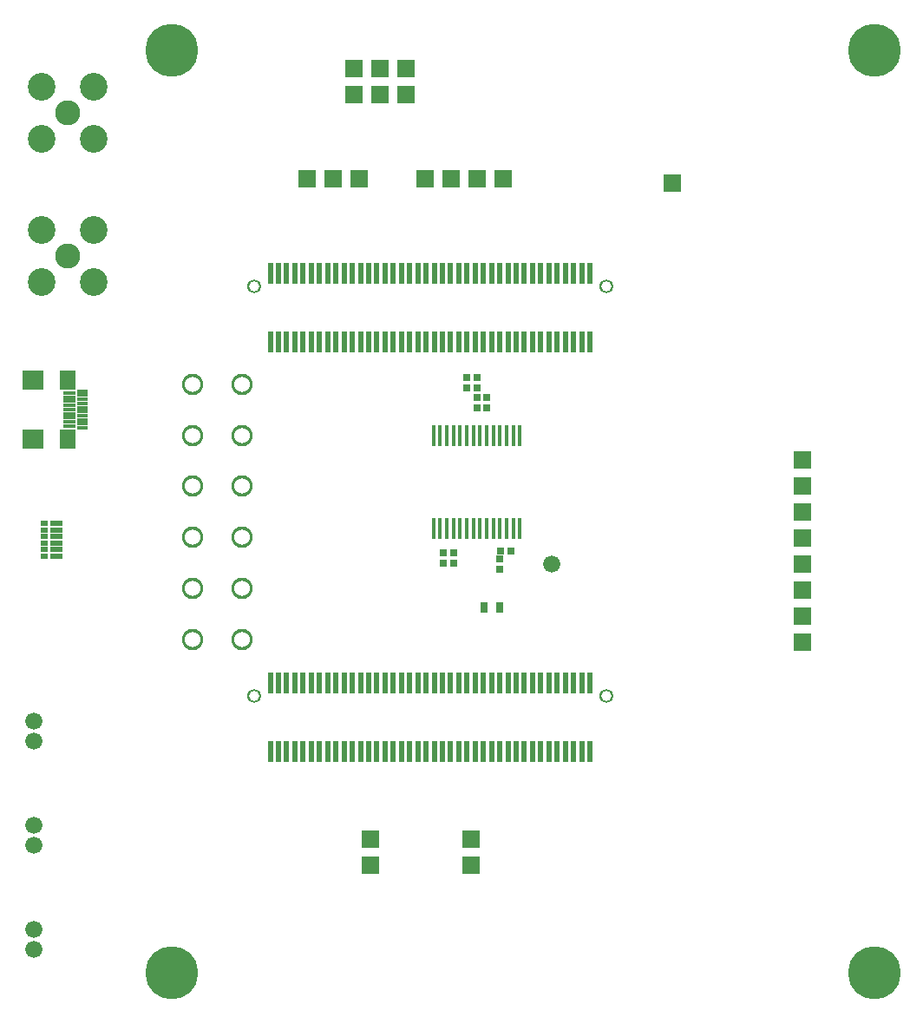
<source format=gbr>
G04 EasyPC Gerber Version 21.0.3 Build 4286 *
G04 #@! TF.Part,Single*
G04 #@! TF.FileFunction,Soldermask,Bot *
G04 #@! TF.FilePolarity,Negative *
%FSLAX35Y35*%
%MOIN*%
G04 #@! TA.AperFunction,SMDPad*
%ADD150R,0.01781X0.08474*%
%ADD151R,0.01978X0.08474*%
%ADD115R,0.02600X0.03000*%
%ADD102R,0.03000X0.04100*%
%ADD155R,0.06033X0.07687*%
G04 #@! TA.AperFunction,ComponentPad*
%ADD147R,0.06600X0.06600*%
G04 #@! TA.AperFunction,WasherPad*
%ADD136C,0.06600*%
G04 #@! TA.AperFunction,ComponentPad*
%ADD140C,0.09655*%
%ADD141C,0.10639*%
G04 #@! TA.AperFunction,SMDPad*
%ADD152R,0.03946X0.01506*%
%ADD153R,0.04537X0.01506*%
%ADD156R,0.04537X0.01860*%
%ADD157R,0.03120X0.01978*%
%ADD100R,0.03000X0.02600*%
G04 #@! TA.AperFunction,WasherPad*
%ADD135C,0.20300*%
G04 #@! TA.AperFunction,ComponentPad*
%ADD138C,0.05324X0.03937*%
%ADD143C,0.08200X0.06000*%
G04 #@! TA.AperFunction,SMDPad*
%ADD154R,0.08474X0.07293*%
X0Y0D02*
D02*
D100*
X173682Y239657D03*
Y243657D03*
X177656Y231750D03*
Y235750D03*
X177726Y239657D03*
Y243657D03*
X181250Y231750D03*
Y235750D03*
X186250Y169750D03*
Y173750D03*
D02*
D102*
X180250Y155250D03*
X186250D03*
D02*
D115*
X164750Y172250D03*
Y176250D03*
X168750Y172250D03*
Y176250D03*
X186500Y176750D03*
X190500D03*
D02*
D135*
X60250Y14750D03*
Y369250D03*
X330250Y14750D03*
Y369250D03*
D02*
D136*
X7250Y23813D03*
Y31687D03*
Y63813D03*
Y71687D03*
Y103813D03*
Y111687D03*
X206250Y171750D03*
D02*
D138*
X91939Y121140D03*
Y278620D03*
X227136Y121140D03*
Y278620D03*
D02*
D140*
X20250Y290250D03*
Y345250D03*
D02*
D141*
X10250Y280250D03*
Y300250D03*
Y335250D03*
Y355250D03*
X30250Y280250D03*
Y300250D03*
Y335250D03*
Y355250D03*
D02*
D143*
X68117Y142950D03*
Y162550D03*
Y182150D03*
Y201750D03*
Y221350D03*
Y240950D03*
X87117Y142950D03*
Y162550D03*
Y182150D03*
Y201750D03*
Y221350D03*
Y240950D03*
D02*
D147*
X112250Y319750D03*
X122250D03*
X130250Y352250D03*
Y362250D03*
X132250Y319750D03*
X136750Y56250D03*
Y66250D03*
X140250Y352250D03*
Y362250D03*
X150250Y352250D03*
Y362250D03*
X157750Y319750D03*
X167750D03*
X175250Y56250D03*
Y66250D03*
X177750Y319750D03*
X187750D03*
X252750Y318250D03*
X302750Y141750D03*
Y151750D03*
Y161750D03*
Y171750D03*
Y181750D03*
Y191750D03*
Y201750D03*
Y211750D03*
D02*
D150*
X160813Y185549D03*
Y221376D03*
X163372Y185549D03*
Y221376D03*
X165931Y185549D03*
Y221376D03*
X168490Y185549D03*
Y221376D03*
X171049Y185549D03*
Y221376D03*
X173608Y185549D03*
Y221376D03*
X176167Y185549D03*
Y221376D03*
X178726Y185549D03*
Y221376D03*
X181285Y185549D03*
Y221376D03*
X183844Y185549D03*
Y221376D03*
X186404Y185549D03*
Y221376D03*
X188963Y185549D03*
Y221376D03*
X191522Y185549D03*
Y221376D03*
X194081Y185549D03*
Y221376D03*
D02*
D151*
X98120Y99880D03*
Y126061D03*
Y257360D03*
Y283541D03*
X101270Y99880D03*
Y126061D03*
Y257360D03*
Y283541D03*
X104419Y99880D03*
Y126061D03*
Y257360D03*
Y283541D03*
X107569Y99880D03*
Y126061D03*
Y257360D03*
Y283541D03*
X110719Y99880D03*
Y126061D03*
Y257360D03*
Y283541D03*
X113868Y99880D03*
Y126061D03*
Y257360D03*
Y283541D03*
X117018Y99880D03*
Y126061D03*
Y257360D03*
Y283541D03*
X120167Y99880D03*
Y126061D03*
Y257360D03*
Y283541D03*
X123317Y99880D03*
Y126061D03*
Y257360D03*
Y283541D03*
X126467Y99880D03*
Y126061D03*
Y257360D03*
Y283541D03*
X129616Y99880D03*
Y126061D03*
Y257360D03*
Y283541D03*
X132766Y99880D03*
Y126061D03*
Y257360D03*
Y283541D03*
X135915Y99880D03*
Y126061D03*
Y257360D03*
Y283541D03*
X139065Y99880D03*
Y126061D03*
Y257360D03*
Y283541D03*
X142215Y99880D03*
Y126061D03*
Y257360D03*
Y283541D03*
X145364Y99880D03*
Y126061D03*
Y257360D03*
Y283541D03*
X148514Y99880D03*
Y126061D03*
Y257360D03*
Y283541D03*
X151663Y99880D03*
Y126061D03*
Y257360D03*
Y283541D03*
X154813Y99880D03*
Y126061D03*
Y257360D03*
Y283541D03*
X157963Y99880D03*
Y126061D03*
Y257360D03*
Y283541D03*
X161112Y99880D03*
Y126061D03*
Y257360D03*
Y283541D03*
X164262Y99880D03*
Y126061D03*
Y257360D03*
Y283541D03*
X167411Y99880D03*
Y126061D03*
Y257360D03*
Y283541D03*
X170561Y99880D03*
Y126061D03*
Y257360D03*
Y283541D03*
X173711Y99880D03*
Y126061D03*
Y257360D03*
Y283541D03*
X176860Y99880D03*
Y126061D03*
Y257360D03*
Y283541D03*
X180010Y99880D03*
Y126061D03*
Y257360D03*
Y283541D03*
X183159Y99880D03*
Y126061D03*
Y257360D03*
Y283541D03*
X186309Y99880D03*
Y126061D03*
Y257360D03*
Y283541D03*
X189459Y99880D03*
Y126061D03*
Y257360D03*
Y283541D03*
X192608Y99880D03*
Y126061D03*
Y257360D03*
Y283541D03*
X195758Y99880D03*
Y126061D03*
Y257360D03*
Y283541D03*
X198907Y99880D03*
Y126061D03*
Y257360D03*
Y283541D03*
X202057Y99880D03*
Y126061D03*
Y257360D03*
Y283541D03*
X205207Y99880D03*
Y126061D03*
Y257360D03*
Y283541D03*
X208356Y99880D03*
Y126061D03*
Y257360D03*
Y283541D03*
X211506Y99880D03*
Y126061D03*
Y257360D03*
Y283541D03*
X214656Y99880D03*
Y126061D03*
Y257360D03*
Y283541D03*
X217805Y99880D03*
Y126061D03*
Y257360D03*
Y283541D03*
X220955Y99880D03*
Y126061D03*
Y257360D03*
Y283541D03*
D02*
D152*
X25762Y224163D03*
Y225738D03*
Y227313D03*
Y228888D03*
Y230463D03*
Y232037D03*
Y233612D03*
Y235187D03*
Y236762D03*
Y238337D03*
D02*
D153*
X20919Y224951D03*
Y226526D03*
Y228100D03*
Y229675D03*
Y231250D03*
Y232825D03*
Y234400D03*
Y235974D03*
Y237549D03*
D02*
D154*
X6943Y220030D03*
Y242470D03*
D02*
D155*
X20211Y220030D03*
Y242470D03*
D02*
D156*
X15888Y174911D03*
Y177431D03*
Y179951D03*
Y182470D03*
Y184990D03*
Y187510D03*
D02*
D157*
X11360Y174911D03*
Y177431D03*
Y179951D03*
Y182470D03*
Y184990D03*
Y187510D03*
X0Y0D02*
M02*

</source>
